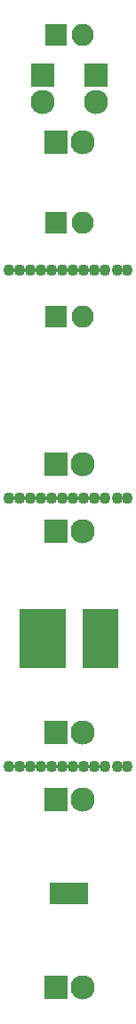
<source format=gbr>
G04 #@! TF.GenerationSoftware,KiCad,Pcbnew,(5.1.0)-1*
G04 #@! TF.CreationDate,2019-06-24T18:37:41+02:00*
G04 #@! TF.ProjectId,DiodeAdapter,44696f64-6541-4646-9170-7465722e6b69,2*
G04 #@! TF.SameCoordinates,Original*
G04 #@! TF.FileFunction,Soldermask,Bot*
G04 #@! TF.FilePolarity,Negative*
%FSLAX46Y46*%
G04 Gerber Fmt 4.6, Leading zero omitted, Abs format (unit mm)*
G04 Created by KiCad (PCBNEW (5.1.0)-1) date 2019-06-24 18:37:41*
%MOMM*%
%LPD*%
G04 APERTURE LIST*
%ADD10C,1.100000*%
%ADD11R,2.300000X2.300000*%
%ADD12C,2.300000*%
%ADD13R,1.900000X2.050000*%
%ADD14R,3.400000X5.600000*%
%ADD15R,4.400000X5.600000*%
%ADD16O,2.100000X2.100000*%
%ADD17R,2.100000X2.100000*%
G04 APERTURE END LIST*
D10*
X111930000Y-123025000D03*
X110930000Y-123025000D03*
X110930000Y-97625000D03*
X111930000Y-97625000D03*
X111930000Y-76035000D03*
X110930000Y-76035000D03*
X109779000Y-123025000D03*
X108763000Y-123025000D03*
X107747000Y-123025000D03*
X106731000Y-123025000D03*
X105715000Y-123025000D03*
X104699000Y-123025000D03*
X103683000Y-123025000D03*
X102667000Y-123025000D03*
X101643000Y-123025000D03*
X100643000Y-123025000D03*
X109779000Y-97625000D03*
X108763000Y-97625000D03*
X107747000Y-97625000D03*
X106731000Y-97625000D03*
X105715000Y-97625000D03*
X104699000Y-97625000D03*
X103683000Y-97625000D03*
X102667000Y-97625000D03*
X101643000Y-97625000D03*
X100643000Y-97625000D03*
X109779000Y-76035000D03*
X108763000Y-76035000D03*
X107747000Y-76035000D03*
X106731000Y-76035000D03*
X105715000Y-76035000D03*
X104699000Y-76035000D03*
X103683000Y-76035000D03*
X102667000Y-76035000D03*
X101643000Y-76035000D03*
X100643000Y-76035000D03*
D11*
X108890000Y-57620000D03*
D12*
X108890000Y-60160000D03*
D13*
X107250000Y-135090000D03*
X105450000Y-135090000D03*
D14*
X109350000Y-110960000D03*
D15*
X103850000Y-110960000D03*
D16*
X107620000Y-80480000D03*
D17*
X105080000Y-80480000D03*
D12*
X107620000Y-94450000D03*
D11*
X105080000Y-94450000D03*
D12*
X107620000Y-119850000D03*
D11*
X105080000Y-119850000D03*
D12*
X107620000Y-100800000D03*
D11*
X105080000Y-100800000D03*
D12*
X107620000Y-126200000D03*
D11*
X105080000Y-126200000D03*
D12*
X107620000Y-143980000D03*
D11*
X105080000Y-143980000D03*
D12*
X103810000Y-60160000D03*
D11*
X103810000Y-57620000D03*
D16*
X107620000Y-53810000D03*
D17*
X105080000Y-53810000D03*
D12*
X107620000Y-63970000D03*
D11*
X105080000Y-63970000D03*
D16*
X107620000Y-71590000D03*
D17*
X105080000Y-71590000D03*
M02*

</source>
